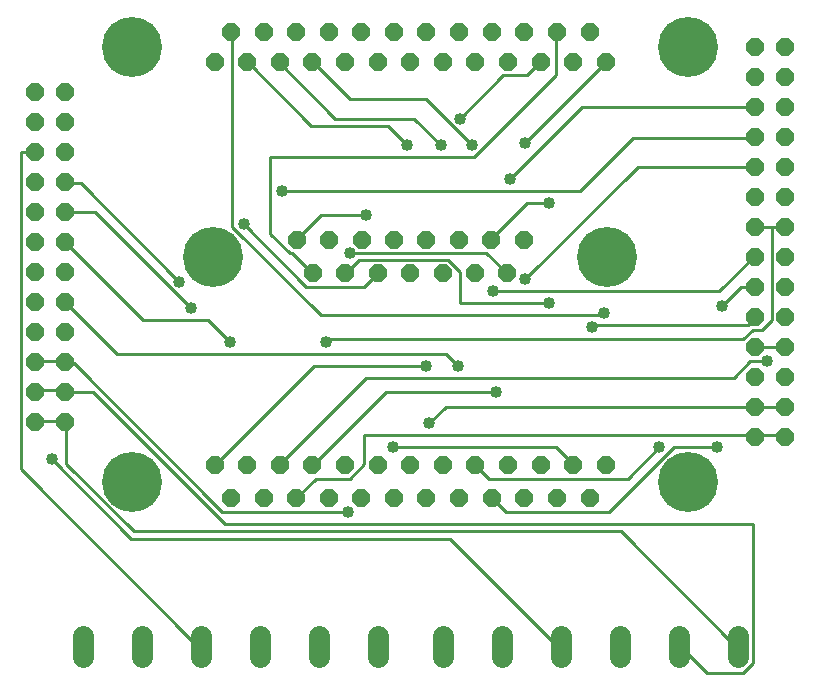
<source format=gbl>
G75*
G70*
%OFA0B0*%
%FSLAX24Y24*%
%IPPOS*%
%LPD*%
%AMOC8*
5,1,8,0,0,1.08239X$1,22.5*
%
%ADD10OC8,0.0600*%
%ADD11C,0.2000*%
%ADD12C,0.0705*%
%ADD13C,0.0100*%
%ADD14C,0.0400*%
D10*
X007620Y007700D03*
X008710Y007700D03*
X009800Y007700D03*
X010880Y007700D03*
X011970Y007700D03*
X013060Y007700D03*
X014140Y007700D03*
X015230Y007700D03*
X016320Y007700D03*
X017400Y007700D03*
X018490Y007700D03*
X019580Y007700D03*
X020120Y008820D03*
X019030Y008820D03*
X017950Y008820D03*
X016860Y008820D03*
X015770Y008820D03*
X014690Y008820D03*
X013600Y008820D03*
X012510Y008820D03*
X011430Y008820D03*
X010340Y008820D03*
X009250Y008820D03*
X008170Y008820D03*
X007080Y008820D03*
X002100Y010260D03*
X002100Y011260D03*
X002100Y012260D03*
X001100Y012260D03*
X001100Y011260D03*
X001100Y010260D03*
X001100Y013260D03*
X001100Y014260D03*
X001100Y015260D03*
X002100Y015260D03*
X002100Y014260D03*
X002100Y013260D03*
X002100Y016260D03*
X002100Y017260D03*
X002100Y018260D03*
X001100Y018260D03*
X001100Y017260D03*
X001100Y016260D03*
X001100Y019260D03*
X001100Y020260D03*
X002100Y020260D03*
X002100Y019260D03*
X002100Y021260D03*
X001100Y021260D03*
X007080Y022260D03*
X007620Y023260D03*
X008170Y022260D03*
X008710Y023260D03*
X009250Y022260D03*
X009800Y023260D03*
X010340Y022260D03*
X010880Y023260D03*
X011430Y022260D03*
X011970Y023260D03*
X012510Y022260D03*
X013060Y023260D03*
X013600Y022260D03*
X014140Y023260D03*
X014690Y022260D03*
X015230Y023260D03*
X015770Y022260D03*
X016320Y023260D03*
X016860Y022260D03*
X017400Y023260D03*
X017950Y022260D03*
X018490Y023260D03*
X019030Y022260D03*
X019580Y023260D03*
X020120Y022260D03*
X025100Y021760D03*
X025100Y020760D03*
X025100Y019760D03*
X025100Y018760D03*
X025100Y017760D03*
X025100Y016760D03*
X025100Y015760D03*
X025100Y014760D03*
X025100Y013760D03*
X025100Y012760D03*
X025100Y011760D03*
X025100Y010760D03*
X025100Y009760D03*
X026100Y009760D03*
X026100Y010760D03*
X026100Y011760D03*
X026100Y012760D03*
X026100Y013760D03*
X026100Y014760D03*
X026100Y015760D03*
X026100Y016760D03*
X026100Y017760D03*
X026100Y018760D03*
X026100Y019760D03*
X026100Y020760D03*
X026100Y021760D03*
X026100Y022760D03*
X025100Y022760D03*
X017380Y016320D03*
X016300Y016320D03*
X015220Y016320D03*
X014140Y016320D03*
X013060Y016320D03*
X011980Y016320D03*
X010900Y016320D03*
X009820Y016320D03*
X010360Y015200D03*
X011440Y015200D03*
X012520Y015200D03*
X013600Y015200D03*
X014680Y015200D03*
X015760Y015200D03*
X016840Y015200D03*
D11*
X020160Y015760D03*
X022860Y022760D03*
X022860Y008260D03*
X007040Y015760D03*
X004340Y022760D03*
X004340Y008260D03*
D12*
X002679Y003113D02*
X002679Y002408D01*
X004647Y002408D02*
X004647Y003113D01*
X006616Y003113D02*
X006616Y002408D01*
X008584Y002408D02*
X008584Y003113D01*
X010553Y003113D02*
X010553Y002408D01*
X012521Y002408D02*
X012521Y003113D01*
X014679Y003113D02*
X014679Y002408D01*
X016647Y002408D02*
X016647Y003113D01*
X018616Y003113D02*
X018616Y002408D01*
X020584Y002408D02*
X020584Y003113D01*
X022553Y003113D02*
X022553Y002408D01*
X024521Y002408D02*
X024521Y003113D01*
D13*
X024521Y002760D02*
X024460Y002760D01*
X020620Y006600D01*
X004380Y006600D01*
X002140Y008840D01*
X002140Y010200D01*
X002100Y010260D01*
X002060Y010280D01*
X001100Y010280D01*
X001100Y010260D01*
X001100Y011260D02*
X001100Y011320D01*
X002060Y011320D01*
X002100Y011260D01*
X002140Y011240D01*
X003020Y011240D01*
X007420Y006840D01*
X025020Y006840D01*
X025020Y002200D01*
X024700Y001880D01*
X023500Y001880D01*
X022620Y002760D01*
X022553Y002760D01*
X018616Y002760D02*
X018540Y002760D01*
X014940Y006360D01*
X004300Y006360D01*
X001660Y009000D01*
X000620Y008680D02*
X000620Y019240D01*
X001100Y019240D01*
X001100Y019260D01*
X002100Y018260D02*
X002140Y018200D01*
X002620Y018200D01*
X005900Y014920D01*
X006300Y014040D02*
X003100Y017240D01*
X002140Y017240D01*
X002100Y017260D01*
X002100Y016260D02*
X002140Y016200D01*
X004700Y013640D01*
X006860Y013640D01*
X007580Y012920D01*
X010140Y014760D02*
X008060Y016840D01*
X007660Y016760D02*
X007660Y023240D01*
X007620Y023260D01*
X008170Y022260D02*
X008220Y022200D01*
X010300Y020120D01*
X012860Y020120D01*
X013500Y019480D01*
X013740Y020360D02*
X011100Y020360D01*
X009260Y022200D01*
X009250Y022260D01*
X010340Y022260D02*
X010380Y022200D01*
X011580Y021000D01*
X014140Y021000D01*
X015660Y019480D01*
X015740Y019080D02*
X018460Y021800D01*
X018460Y023240D01*
X018490Y023260D01*
X017950Y022260D02*
X017900Y022200D01*
X017500Y021800D01*
X016700Y021800D01*
X015260Y020360D01*
X014620Y019480D02*
X013740Y020360D01*
X015740Y019080D02*
X008940Y019080D01*
X008940Y016520D01*
X009580Y015880D01*
X009660Y015880D01*
X010300Y015240D01*
X010360Y015200D01*
X010140Y014760D02*
X012060Y014760D01*
X012460Y015160D01*
X012520Y015200D01*
X011900Y015640D02*
X014860Y015640D01*
X015260Y015240D01*
X015260Y014200D01*
X018220Y014200D01*
X017420Y015000D02*
X021180Y018760D01*
X025100Y018760D01*
X025100Y019720D02*
X025100Y019760D01*
X025100Y019720D02*
X021020Y019720D01*
X019260Y017960D01*
X009340Y017960D01*
X010620Y017160D02*
X009820Y016360D01*
X009820Y016320D01*
X010620Y017160D02*
X012140Y017160D01*
X011580Y015880D02*
X016140Y015880D01*
X016780Y015240D01*
X016840Y015200D01*
X016370Y014600D02*
X023900Y014600D01*
X025020Y015720D01*
X025100Y015720D01*
X025100Y015760D01*
X025100Y014760D02*
X024620Y014760D01*
X023980Y014120D01*
X024860Y013480D02*
X025100Y013720D01*
X025100Y013760D01*
X024860Y013480D02*
X019740Y013480D01*
X019660Y013400D01*
X019980Y013800D02*
X010620Y013800D01*
X007660Y016760D01*
X010860Y013000D02*
X010780Y012920D01*
X010860Y013000D02*
X024700Y013000D01*
X025020Y013320D01*
X025340Y013320D01*
X025660Y013640D01*
X025660Y016760D01*
X025100Y016760D01*
X025660Y016760D02*
X026100Y016760D01*
X026100Y012760D02*
X025100Y012760D01*
X024940Y012280D02*
X025500Y012280D01*
X024940Y012280D02*
X024380Y011720D01*
X012140Y011720D01*
X009260Y008840D01*
X009250Y008820D01*
X010340Y008820D02*
X010380Y008840D01*
X012780Y011240D01*
X016460Y011240D01*
X015180Y012120D02*
X014780Y012520D01*
X003820Y012520D01*
X002140Y014200D01*
X002100Y014260D01*
X002060Y012280D02*
X001100Y012280D01*
X001100Y012260D01*
X002060Y012280D02*
X002100Y012260D01*
X002140Y012200D01*
X002380Y012200D01*
X007340Y007240D01*
X011510Y007240D01*
X011580Y008360D02*
X012060Y008840D01*
X012060Y009800D01*
X025100Y009800D01*
X025100Y009760D01*
X025100Y009800D02*
X026060Y009800D01*
X026100Y009760D01*
X026100Y010760D02*
X025100Y010760D01*
X014780Y010760D01*
X014220Y010200D01*
X013010Y009400D02*
X018460Y009400D01*
X019020Y008840D01*
X019030Y008820D01*
X020220Y007240D02*
X022380Y009400D01*
X023830Y009400D01*
X021900Y009400D02*
X020860Y008360D01*
X016220Y008360D01*
X015820Y008760D01*
X015770Y008820D01*
X016320Y007700D02*
X016780Y007240D01*
X020220Y007240D01*
X019980Y013800D02*
X020060Y013880D01*
X018220Y017560D02*
X017500Y017560D01*
X016300Y016360D01*
X016300Y016320D01*
X016940Y018360D02*
X019340Y020760D01*
X025100Y020760D01*
X020120Y022260D02*
X017420Y019560D01*
X011900Y015640D02*
X011500Y015240D01*
X011440Y015200D01*
X010380Y012120D02*
X014140Y012120D01*
X011580Y008360D02*
X010460Y008360D01*
X009800Y007700D01*
X007080Y008820D02*
X010380Y012120D01*
X006616Y002760D02*
X006540Y002760D01*
X000620Y008680D01*
D14*
X001660Y009000D03*
X006300Y014040D03*
X005900Y014920D03*
X007580Y012920D03*
X010780Y012920D03*
X011580Y015880D03*
X012140Y017160D03*
X013500Y019480D03*
X014620Y019480D03*
X015660Y019480D03*
X015260Y020360D03*
X016940Y018360D03*
X017420Y019560D03*
X018220Y017560D03*
X017420Y015000D03*
X018220Y014200D03*
X019660Y013400D03*
X020060Y013880D03*
X016370Y014600D03*
X015180Y012120D03*
X014140Y012120D03*
X014220Y010200D03*
X013010Y009400D03*
X011510Y007240D03*
X016460Y011240D03*
X021900Y009400D03*
X023830Y009400D03*
X025500Y012280D03*
X023980Y014120D03*
X009340Y017960D03*
X008060Y016840D03*
M02*

</source>
